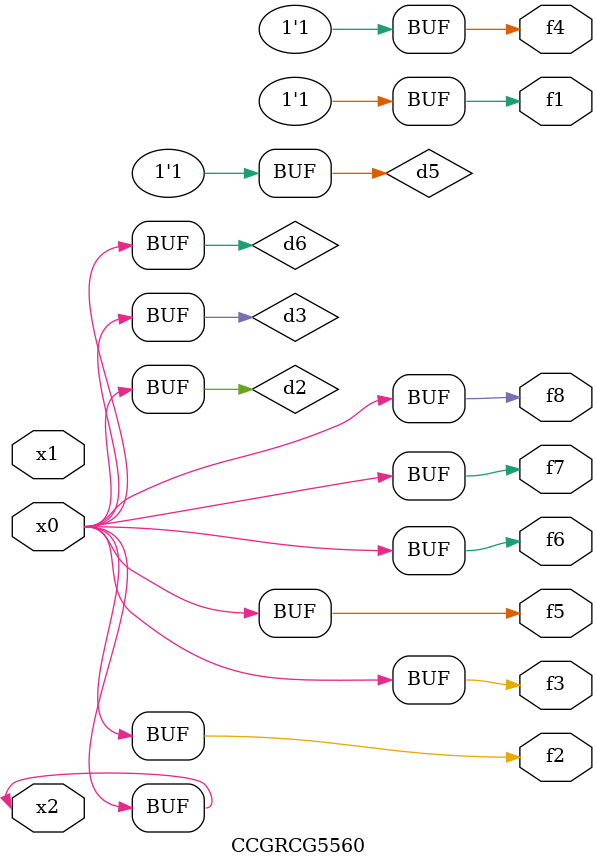
<source format=v>
module CCGRCG5560(
	input x0, x1, x2,
	output f1, f2, f3, f4, f5, f6, f7, f8
);

	wire d1, d2, d3, d4, d5, d6;

	xnor (d1, x2);
	buf (d2, x0, x2);
	and (d3, x0);
	xnor (d4, x1, x2);
	nand (d5, d1, d3);
	buf (d6, d2, d3);
	assign f1 = d5;
	assign f2 = d6;
	assign f3 = d6;
	assign f4 = d5;
	assign f5 = d6;
	assign f6 = d6;
	assign f7 = d6;
	assign f8 = d6;
endmodule

</source>
